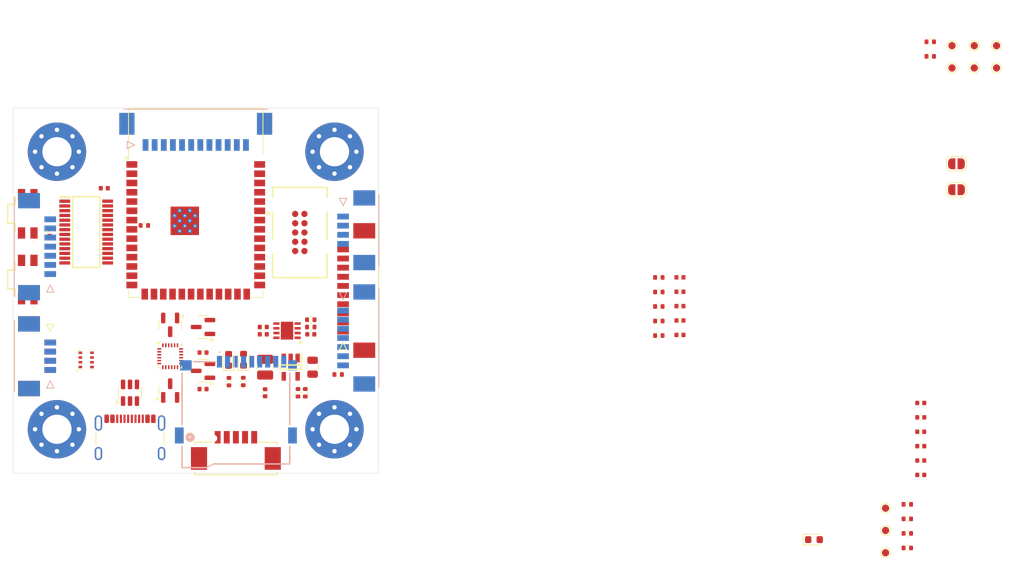
<source format=kicad_pcb>
(kicad_pcb (version 20241229) (generator "pcbnew") (generator_version "9.0")
  (layers (0 "F.Cu" signal) (4 "In1.Cu" signal) (6 "In2.Cu" signal) (2 "B.Cu" signal) (13 "F.Paste" user) (15 "B.Paste" user) (5 "F.SilkS" user "F.Silkscreen") (7 "B.SilkS" user "B.Silkscreen") (1 "F.Mask" user) (3 "B.Mask" user) (25 "Edge.Cuts" user))
  (net 0 "")
  (net 1 "SERVO_2")
  (net 2 "GND")
  (net 3 "SERVO_6")
  (net 4 "SERVO_4")
  (net 5 "SERVO_12")
  (net 6 "SERVO_1")
  (net 7 "+5V")
  (net 8 "+VUSB")
  (net 9 "+5V_FILT")
  (net 10 "+3V3")
  (net 11 "+1V8")
  (net 12 "/200_ESP32/EN")
  (net 13 "/200_ESP32/RST")
  (net 14 "/300_Digital_Peripherals/REGOUT")
  (net 15 "SERVO_5")
  (net 16 "SERVO_7")
  (net 17 "/100_Power/5V_FILT_LED")
  (net 18 "/100_Power/3V3_LED")
  (net 19 "/300_Digital_Peripherals/MCU_LED")
  (net 20 "LED")
  (net 57 "CARD_DETECT")
  (net 58 "MOSI")
  (net 59 "SCK")
  (net 61 "MISO")
  (net 63 "SD_CS")
  (net 64 "/200_ESP32/TMS")
  (net 65 "/200_ESP32/TDI")
  (net 66 "/200_ESP32/TDO")
  (net 67 "/200_ESP32/TCK")
  (net 68 "SERVO_10")
  (net 69 "EXT_RST")
  (net 70 "EXT_CS")
  (net 71 "SCL")
  (net 72 "SDA")
  (net 73 "EXT_RX")
  (net 74 "EXT_TX")
  (net 75 "GPS_INT")
  (net 76 "GPS_RX")
  (net 77 "GPS_TX")
  (net 78 "RF_RST")
  (net 79 "RF_CS")
  (net 80 "USB_D-")
  (net 81 "USB_D+")
  (net 82 "/100_Power/CC2")
  (net 83 "/100_Power/CC1")
  (net 84 "SERVO_11")
  (net 85 "SERVO_9")
  (net 86 "/100_Power/SW_3V3")
  (net 87 "/300_Digital_Peripherals/SDA_1V8")
  (net 88 "/300_Digital_Peripherals/SCL_1V8")
  (net 89 "ICM_INT")
  (net 90 "/300_Digital_Peripherals/ICM_INT_1V8")
  (net 91 "SERVO_3")
  (net 92 "SERVO_8")
  (net 96 "/100_Power/ILIM_5V_SW")
  (net 97 "/100_Power/FB_3V3")
  (net 98 "/200_ESP32/D-")
  (net 99 "/200_ESP32/USB_MCU_D-")
  (net 100 "/200_ESP32/USB_MCU_D+")
  (net 101 "/200_ESP32/D+")
  (net 103 "MSFT_1")
  (net 105 "MSFT_2")
  (net 106 "/100_Power/STAT_5V_SW")
  (net 132 "Net-(IC1-~{OE})")
  (footprint "TC2050-IDC:TC2050-IDC" (layer "F.Cu") (at 141.79 66.1075 -90)
    (property "Reference" "J200" (hide yes))
    (property "Value" "TC2050-IDC-430" (hide yes))
    (pad "" np_thru_hole circle (at -2.8575 0 270) (size 2.4511 2.4511) (drill 2.4511) (layers "*.Cu" "*.Mask"))
    (pad "" np_thru_hole circle (at -2.8575 2.54 270) (size 1.0668 1.0668) (drill 1.0668) (layers "*.Cu" "*.Mask"))
    (pad "" np_thru_hole circle (at -2.8575 5.08 270) (size 2.4511 2.4511) (drill 2.4511) (layers "*.Cu" "*.Mask"))
    (pad "" np_thru_hole circle (at 2.8575 0 270) (size 2.4511 2.4511) (drill 2.4511) (layers "*.Cu" "*.Mask"))
    (pad "" np_thru_hole circle (at 2.8575 5.08 270) (size 2.4511 2.4511) (drill 2.4511) (layers "*.Cu" "*.Mask"))
    (pad "" np_thru_hole circle (at 4.7625 1.525 270) (size 1.0668 1.0668) (drill 1.0668) (layers "*.Cu" "*.Mask"))
    (pad "" np_thru_hole circle (at 4.7625 3.555 270) (size 1.0668 1.0668) (drill 1.0668) (layers "*.Cu" "*.Mask"))
    (pad "1" smd circle (at -1.5875 3.175) (size 0.8636 0.8636) (layers "F.Cu" "F.Mask" "F.Paste") (net 10 "+3V3"))
    (pad "2" smd circle (at -0.3175 3.175) (size 0.8636 0.8636) (layers "F.Cu" "F.Mask" "F.Paste") (net 64 "/200_ESP32/TMS"))
    (pad "3" smd circle (at 0.9525 3.175) (size 0.8636 0.8636) (layers "F.Cu" "F.Mask" "F.Paste") (net 2 "GND"))
    (pad "4" smd circle (at 2.2225 3.175) (size 0.8636 0.8636) (layers "F.Cu" "F.Mask" "F.Paste") (net 67 "/200_ESP32/TCK"))
    (pad "5" smd circle (at 3.4925 3.175) (size 0.8636 0.8636) (layers "F.Cu" "F.Mask" "F.Paste") (net 2 "GND"))
    (pad "6" smd circle (at 3.4925 1.905) (size 0.8636 0.8636) (layers "F.Cu" "F.Mask" "F.Paste") (net 66 "/200_ESP32/TDO"))
    (pad "7" smd circle (at 2.2225 1.905) (size 0.8636 0.8636) (layers "F.Cu" "F.Mask" "F.Paste") (net 2 "GND"))
    (pad "8" smd circle (at 0.9525 1.905) (size 0.8636 0.8636) (layers "F.Cu" "F.Mask" "F.Paste") (net 65 "/200_ESP32/TDI"))
    (pad "9" smd circle (at -0.3175 1.905) (size 0.8636 0.8636) (layers "F.Cu" "F.Mask" "F.Paste") (net 2 "GND"))
    (pad "10" smd circle (at -1.5875 1.905) (size 0.8636 0.8636) (layers "F.Cu" "F.Mask" "F.Paste"))
  )
  (footprint "TestPoint:TestPoint_Pad_D1.0mm" (layer "F.Cu") (at 219.45 107.86)
    (property "Reference" "TP301" (hide yes))
    (property "Value" "TestPoint")
    (pad "1" smd circle (at 0 0) (size 1 1) (layers "F.Cu" "F.Mask") (net 88 "/300_Digital_Peripherals/SCL_1V8"))
  )
  (footprint "Package_TO_SOT_SMD:SOT-23" (layer "F.Cu") (at 121.5 79.7 -90)
    (property "Reference" "Q300" (hide yes))
    (property "Value" "BSS138")
    (pad "1" smd roundrect (at -0.9375 -0.95 270) (size 1.475 0.6) (layers "F.Cu" "F.Mask" "F.Paste") (net 11 "+1V8"))
    (pad "2" smd roundrect (at -0.9375 0.95 270) (size 1.475 0.6) (layers "F.Cu" "F.Mask" "F.Paste") (net 87 "/300_Digital_Peripherals/SDA_1V8"))
    (pad "3" smd roundrect (at 0.9375 0 270) (size 1.475 0.6) (layers "F.Cu" "F.Mask" "F.Paste") (net 72 "SDA"))
  )
  (footprint "Capacitor_SMD:C_0402_1005Metric" (layer "F.Cu") (at 224.27 90.4)
    (property "Reference" "C300" (hide yes))
    (property "Value" "100n")
    (pad "1" smd roundrect (at -0.48 0) (size 0.56 0.62) (layers "F.Cu" "F.Mask" "F.Paste") (net 11 "+1V8"))
    (pad "2" smd roundrect (at 0.48 0) (size 0.56 0.62) (layers "F.Cu" "F.Mask" "F.Paste") (net 2 "GND"))
  )
  (footprint "EVQ-PUC02k:EVQPUC02K" (layer "F.Cu") (at 102 73.5 -90)
    (property "Reference" "S201" (hide yes))
    (property "Value" "EVQ-PUC02K" (hide yes))
    (pad "" np_thru_hole circle (at 0 -1.375 270) (size 0.75 0.75) (drill 0.75) (layers "*.Cu" "*.Mask"))
    (pad "" np_thru_hole circle (at 0 1.375 270) (size 0.75 0.75) (drill 0.75) (layers "*.Cu" "*.Mask"))
    (pad "1" smd rect (at 2.625 -0.85) (size 1 1.55) (layers "F.Cu" "F.Mask" "F.Paste"))
    (pad "2" smd rect (at 2.625 0.85) (size 1 1.55) (layers "F.Cu" "F.Mask" "F.Paste") (net 12 "/200_ESP32/EN"))
    (pad "3" smd rect (at -2.625 -0.85) (size 1 1.55) (layers "F.Cu" "F.Mask" "F.Paste") (net 2 "GND"))
    (pad "4" smd rect (at -2.625 0.85) (size 1 1.55) (layers "F.Cu" "F.Mask" "F.Paste"))
  )
  (footprint "Jumper:SolderJumper-2_P1.3mm_Open_RoundedPad1.0x1.5mm" (layer "F.Cu") (at 229.16 61.2)
    (property "Reference" "JP101" (hide yes))
    (property "Value" "SolderJumper_2_Bridged")
    (pad "1" smd custom (at -0.65 0) (size 1 0.5) (layers "F.Cu" "F.Mask") (net 7 "+5V") (options (clearance outline) (anchor rect)) (primitives (gr_circle (center 0 0.25) (end 0.5 0.25) (width 0) (fill yes)) (gr_circle (center 0 -0.25) (end 0.5 -0.25) (width 0) (fill yes)) (gr_poly (pts (xy 0.5 0.75) (xy 0 0.75) (xy 0 -0.75) (xy 0.5 -0.75)) (width 0) (fill yes))))
    (pad "2" smd custom (at 0.65 0) (size 1 0.5) (layers "F.Cu" "F.Mask") (net 9 "+5V_FILT") (options (clearance outline) (anchor rect)) (primitives (gr_circle (center 0 0.25) (end 0.5 0.25) (width 0) (fill yes)) (gr_circle (center 0 -0.25) (end 0.5 -0.25) (width 0) (fill yes)) (gr_poly (pts (xy 0 0.75) (xy -0.5 0.75) (xy -0.5 -0.75) (xy 0 -0.75)) (width 0) (fill yes))))
  )
  (footprint "TLV62566DBVR:SOT95P280X145-5N" (layer "F.Cu") (at 138 85.5 -90)
    (property "Reference" "U101" (hide yes))
    (property "Value" "TLV62566DBVR" (hide yes))
    (pad "1" smd rect (at -1.25 -0.95) (size 0.6 1.2) (layers "F.Cu" "F.Mask" "F.Paste") (net 9 "+5V_FILT"))
    (pad "2" smd rect (at -1.25 0) (size 0.6 1.2) (layers "F.Cu" "F.Mask" "F.Paste") (net 2 "GND"))
    (pad "3" smd rect (at -1.25 0.95) (size 0.6 1.2) (layers "F.Cu" "F.Mask" "F.Paste") (net 86 "/100_Power/SW_3V3"))
    (pad "4" smd rect (at 1.25 0.95) (size 0.6 1.2) (layers "F.Cu" "F.Mask" "F.Paste") (net 9 "+5V_FILT"))
    (pad "5" smd rect (at 1.25 -0.95) (size 0.6 1.2) (layers "F.Cu" "F.Mask" "F.Paste") (net 97 "/100_Power/FB_3V3"))
  )
  (footprint "Resistor_SMD:R_0402_1005Metric" (layer "F.Cu") (at 140.75 79 180)
    (property "Reference" "R102" (hide yes))
    (property "Value" "680R")
    (pad "1" smd roundrect (at -0.51 0 180) (size 0.54 0.64) (layers "F.Cu" "F.Mask" "F.Paste") (net 2 "GND"))
    (pad "2" smd roundrect (at 0.51 0 180) (size 0.54 0.64) (layers "F.Cu" "F.Mask" "F.Paste") (net 96 "/100_Power/ILIM_5V_SW"))
  )
  (footprint "Package_TO_SOT_SMD:SOT-23" (layer "F.Cu") (at 126 86 180)
    (property "Reference" "U102" (hide yes))
    (property "Value" "AP2127N-1.8")
    (pad "1" smd roundrect (at -0.9375 -0.95 180) (size 1.475 0.6) (layers "F.Cu" "F.Mask" "F.Paste") (net 2 "GND"))
    (pad "2" smd roundrect (at -0.9375 0.95 180) (size 1.475 0.6) (layers "F.Cu" "F.Mask" "F.Paste") (net 11 "+1V8"))
    (pad "3" smd roundrect (at 0.9375 0 180) (size 1.475 0.6) (layers "F.Cu" "F.Mask" "F.Paste") (net 10 "+3V3"))
  )
  (footprint "Capacitor_SMD:C_0402_1005Metric" (layer "F.Cu") (at 134.25 80 180)
    (property "Reference" "C101" (hide yes))
    (property "Value" "100n")
    (pad "1" smd roundrect (at -0.48 0 180) (size 0.56 0.62) (layers "F.Cu" "F.Mask" "F.Paste") (net 7 "+5V"))
    (pad "2" smd roundrect (at 0.48 0 180) (size 0.56 0.62) (layers "F.Cu" "F.Mask" "F.Paste") (net 2 "GND"))
  )
  (footprint "Resistor_SMD:R_0402_1005Metric" (layer "F.Cu") (at 144.5 86.5 180)
    (property "Reference" "R401" (hide yes))
    (property "Value" "10k")
    (pad "1" smd roundrect (at -0.51 0 180) (size 0.54 0.64) (layers "F.Cu" "F.Mask" "F.Paste") (net 70 "EXT_CS"))
    (pad "2" smd roundrect (at 0.51 0 180) (size 0.54 0.64) (layers "F.Cu" "F.Mask" "F.Paste") (net 10 "+3V3"))
  )
  (footprint "Capacitor_SMD:C_0402_1005Metric" (layer "F.Cu") (at 191.3 77.14)
    (property "Reference" "C202" (hide yes))
    (property "Value" "10u")
    (pad "1" smd roundrect (at -0.48 0) (size 0.56 0.62) (layers "F.Cu" "F.Mask" "F.Paste") (net 12 "/200_ESP32/EN"))
    (pad "2" smd roundrect (at 0.48 0) (size 0.56 0.62) (layers "F.Cu" "F.Mask" "F.Paste") (net 2 "GND"))
  )
  (footprint "Package_LGA:Bosch_LGA-8_2x2.5mm_P0.65mm_ClockwisePinNumbering" (layer "F.Cu") (at 110 84.5 90)
    (property "Reference" "U301" (hide yes))
    (property "Value" "BMP280")
    (pad "1" smd rect (at -0.975 -0.8 180) (size 0.5 0.35) (layers "F.Cu" "F.Mask" "F.Paste") (net 2 "GND"))
    (pad "2" smd rect (at -0.325 -0.8 180) (size 0.5 0.35) (layers "F.Cu" "F.Mask" "F.Paste") (net 10 "+3V3"))
    (pad "3" smd rect (at 0.325 -0.8 180) (size 0.5 0.35) (layers "F.Cu" "F.Mask" "F.Paste") (net 72 "SDA"))
    (pad "4" smd rect (at 0.975 -0.8 180) (size 0.5 0.35) (layers "F.Cu" "F.Mask" "F.Paste") (net 71 "SCL"))
    (pad "5" smd rect (at 0.975 0.8 180) (size 0.5 0.35) (layers "F.Cu" "F.Mask" "F.Paste") (net 2 "GND"))
    (pad "6" smd rect (at 0.325 0.8 180) (size 0.5 0.35) (layers "F.Cu" "F.Mask" "F.Paste") (net 10 "+3V3"))
    (pad "7" smd rect (at -0.325 0.8 180) (size 0.5 0.35) (layers "F.Cu" "F.Mask" "F.Paste") (net 2 "GND"))
    (pad "8" smd rect (at -0.975 0.8 180) (size 0.5 0.35) (layers "F.Cu" "F.Mask" "F.Paste") (net 10 "+3V3"))
  )
  (footprint "Resistor_SMD:R_0402_1005Metric" (layer "F.Cu") (at 222.43 110.25)
    (property "Reference" "R303" (hide yes))
    (property "Value" "10k")
    (pad "1" smd roundrect (at -0.51 0) (size 0.54 0.64) (layers "F.Cu" "F.Mask" "F.Paste") (net 63 "SD_CS"))
    (pad "2" smd roundrect (at 0.51 0) (size 0.54 0.64) (layers "F.Cu" "F.Mask" "F.Paste") (net 10 "+3V3"))
  )
  (footprint "Capacitor_SMD:C_0402_1005Metric" (layer "F.Cu") (at 140.75 81)
    (property "Reference" "C100" (hide yes))
    (property "Value" "100n")
    (pad "1" smd roundrect (at -0.48 0) (size 0.56 0.62) (layers "F.Cu" "F.Mask" "F.Paste") (net 8 "+VUSB"))
    (pad "2" smd roundrect (at 0.48 0) (size 0.56 0.62) (layers "F.Cu" "F.Mask" "F.Paste") (net 2 "GND"))
  )
  (footprint "Resistor_SMD:R_0402_1005Metric" (layer "F.Cu") (at 188.41 73.21)
    (property "Reference" "R200" (hide yes))
    (property "Value" "10k")
    (pad "1" smd roundrect (at -0.51 0) (size 0.54 0.64) (layers "F.Cu" "F.Mask" "F.Paste") (net 12 "/200_ESP32/EN"))
    (pad "2" smd roundrect (at 0.51 0) (size 0.54 0.64) (layers "F.Cu" "F.Mask" "F.Paste") (net 10 "+3V3"))
  )
  (footprint "LED_SMD:LED_0603_1608Metric" (layer "F.Cu") (at 209.65 109.11)
    (property "Reference" "D300" (hide yes))
    (property "Value" "LED")
    (pad "1" smd roundrect (at -0.7875 0) (size 0.875 0.95) (layers "F.Cu" "F.Mask" "F.Paste") (net 19 "/300_Digital_Peripherals/MCU_LED"))
    (pad "2" smd roundrect (at 0.7875 0) (size 0.875 0.95) (layers "F.Cu" "F.Mask" "F.Paste") (net 20 "LED"))
  )
  (footprint "Capacitor_SMD:C_0402_1005Metric" (layer "F.Cu") (at 191.3 79.11)
    (property "Reference" "C203" (hide yes))
    (property "Value" "100n")
    (pad "1" smd roundrect (at -0.48 0) (size 0.56 0.62) (layers "F.Cu" "F.Mask" "F.Paste") (net 13 "/200_ESP32/RST"))
    (pad "2" smd roundrect (at 0.48 0) (size 0.56 0.62) (layers "F.Cu" "F.Mask" "F.Paste") (net 2 "GND"))
  )
  (footprint "Capacitor_SMD:C_0402_1005Metric" (layer "F.Cu") (at 224.27 92.37)
    (property "Reference" "C301" (hide yes))
    (property "Value" "100n")
    (pad "1" smd roundrect (at -0.48 0) (size 0.56 0.62) (layers "F.Cu" "F.Mask" "F.Paste") (net 11 "+1V8"))
    (pad "2" smd roundrect (at 0.48 0) (size 0.56 0.62) (layers "F.Cu" "F.Mask" "F.Paste") (net 2 "GND"))
  )
  (footprint "LED_SMD:LED_0603_1608Metric" (layer "F.Cu") (at 129.5 84.5 90)
    (property "Reference" "D100" (hide yes))
    (property "Value" "LED")
    (pad "1" smd roundrect (at -0.7875 0 90) (size 0.875 0.95) (layers "F.Cu" "F.Mask" "F.Paste") (net 17 "/100_Power/5V_FILT_LED"))
    (pad "2" smd roundrect (at 0.7875 0 90) (size 0.875 0.95) (layers "F.Cu" "F.Mask" "F.Paste") (net 9 "+5V_FILT"))
  )
  (footprint "MountingHole:MountingHole_4mm_Pad_Via" (layer "F.Cu") (at 106 56)
    (property "Reference" "H3" (hide yes))
    (property "Value" "MountingHole_Pad")
    (pad "1" thru_hole circle (at -3 0) (size 0.9 0.9) (drill 0.6) (layers "*.Cu" "*.Mask"))
    (pad "1" thru_hole circle (at -2.12132 -2.12132) (size 0.9 0.9) (drill 0.6) (layers "*.Cu" "*.Mask"))
    (pad "1" thru_hole circle (at -2.12132 2.12132) (size 0.9 0.9) (drill 0.6) (layers "*.Cu" "*.Mask"))
    (pad "1" thru_hole circle (at 0 -3) (size 0.9 0.9) (drill 0.6) (layers "*.Cu" "*.Mask"))
    (pad "1" thru_hole circle (at 0 0) (size 8 8) (drill 4) (layers "*.Cu" "*.Mask"))
    (pad "1" thru_hole circle (at 0 3) (size 0.9 0.9) (drill 0.6) (layers "*.Cu" "*.Mask"))
    (pad "1" thru_hole circle (at 2.12132 -2.12132) (size 0.9 0.9) (drill 0.6) (layers "*.Cu" "*.Mask"))
    (pad "1" thru_hole circle (at 2.12132 2.12132) (size 0.9 0.9) (drill 0.6) (layers "*.Cu" "*.Mask"))
    (pad "1" thru_hole circle (at 3 0) (size 0.9 0.9) (drill 0.6) (layers "*.Cu" "*.Mask"))
  )
  (footprint "Capacitor_SMD:C_0402_1005Metric" (layer "F.Cu") (at 126 83.5 180)
    (property "Reference" "C106" (hide yes))
    (property "Value" "1u")
    (pad "1" smd roundrect (at -0.48 0 180) (size 0.56 0.62) (layers "F.Cu" "F.Mask" "F.Paste") (net 11 "+1V8"))
    (pad "2" smd roundrect (at 0.48 0 180) (size 0.56 0.62) (layers "F.Cu" "F.Mask" "F.Paste") (net 2 "GND"))
  )
  (footprint "TestPoint:TestPoint_Pad_D1.0mm" (layer "F.Cu") (at 231.6 41.48)
    (property "Reference" "TP102" (hide yes))
    (property "Value" "TestPoint")
    (pad "1" smd circle (at 0 0) (size 1 1) (layers "F.Cu" "F.Mask") (net 106 "/100_Power/STAT_5V_SW"))
  )
  (footprint "TestPoint:TestPoint_Pad_D1.0mm" (layer "F.Cu") (at 234.65 41.48)
    (property "Reference" "TP104" (hide yes))
    (property "Value" "TestPoint")
    (pad "1" smd circle (at 0 0) (size 1 1) (layers "F.Cu" "F.Mask") (net 10 "+3V3"))
  )
  (footprint "Resistor_SMD:R_0402_1005Metric" (layer "F.Cu") (at 105 67 90)
    (property "Reference" "R400" (hide yes))
    (property "Value" "10k")
    (pad "1" smd roundrect (at -0.51 0 90) (size 0.54 0.64) (layers "F.Cu" "F.Mask" "F.Paste") (net 79 "RF_CS"))
    (pad "2" smd roundrect (at 0.51 0 90) (size 0.54 0.64) (layers "F.Cu" "F.Mask" "F.Paste") (net 10 "+3V3"))
  )
  (footprint "Resistor_SMD:R_0402_1005Metric" (layer "F.Cu") (at 140 89 90)
    (property "Reference" "R106" (hide yes))
    (property "Value" "120k")
    (pad "1" smd roundrect (at -0.51 0 90) (size 0.54 0.64) (layers "F.Cu" "F.Mask" "F.Paste") (net 2 "GND"))
    (pad "2" smd roundrect (at 0.51 0 90) (size 0.54 0.64) (layers "F.Cu" "F.Mask" "F.Paste") (net 97 "/100_Power/FB_3V3"))
  )
  (footprint "Resistor_SMD:R_0402_1005Metric" (layer "F.Cu") (at 222.43 108.26)
    (property "Reference" "R301" (hide yes))
    (property "Value" "10k")
    (pad "1" smd roundrect (at -0.51 0) (size 0.54 0.64) (layers "F.Cu" "F.Mask" "F.Paste") (net 88 "/300_Digital_Peripherals/SCL_1V8"))
    (pad "2" smd roundrect (at 0.51 0) (size 0.54 0.64) (layers "F.Cu" "F.Mask" "F.Paste") (net 11 "+1V8"))
  )
  (footprint "TestPoint:TestPoint_Pad_D1.0mm" (layer "F.Cu") (at 228.55 44.53)
    (property "Reference" "TP101" (hide yes))
    (property "Value" "TestPoint")
    (pad "1" smd circle (at 0 0) (size 1 1) (layers "F.Cu" "F.Mask") (net 9 "+5V_FILT"))
  )
  (footprint "PCA9685PW_118:SOP65P640X110-28N" (layer "F.Cu") (at 110 67)
    (property "Reference" "IC1" (hide yes))
    (property "Value" "PCA9685PW,118" (hide yes))
    (pad "1" smd rect (at -2.938 -4.225 90) (size 0.45 1.475) (layers "F.Cu" "F.Mask" "F.Paste"))
    (pad "2" smd rect (at -2.938 -3.575 90) (size 0.45 1.475) (layers "F.Cu" "F.Mask" "F.Paste"))
    (pad "3" smd rect (at -2.938 -2.925 90) (size 0.45 1.475) (layers "F.Cu" "F.Mask" "F.Paste"))
    (pad "4" smd rect (at -2.938 -2.275 90) (size 0.45 1.475) (layers "F.Cu" "F.Mask" "F.Paste"))
    (pad "5" smd rect (at -2.938 -1.625 90) (size 0.45 1.475) (layers "F.Cu" "F.Mask" "F.Paste"))
    (pad "6" smd rect (at -2.938 -0.975 90) (size 0.45 1.475) (layers "F.Cu" "F.Mask" "F.Paste") (net 6 "SERVO_1"))
    (pad "7" smd rect (at -2.938 -0.325 90) (size 0.45 1.475) (layers "F.Cu" "F.Mask" "F.Paste") (net 1 "SERVO_2"))
    (pad "8" smd rect (at -2.938 0.325 90) (size 0.45 1.475) (layers "F.Cu" "F.Mask" "F.Paste") (net 91 "SERVO_3"))
    (pad "9" smd rect (at -2.938 0.975 90) (size 0.45 1.475) (layers "F.Cu" "F.Mask" "F.Paste") (net 4 "SERVO_4"))
    (pad "10" smd rect (at -2.938 1.625 90) (size 0.45 1.475) (layers "F.Cu" "F.Mask" "F.Paste") (net 15 "SERVO_5"))
    (pad "11" smd rect (at -2.938 2.275 90) (size 0.45 1.475) (layers "F.Cu" "F.Mask" "F.Paste") (net 3 "SERVO_6"))
    (pad "12" smd rect (at -2.938 2.925 90) (size 0.45 1.475) (layers "F.Cu" "F.Mask" "F.Paste") (net 16 "SERVO_7"))
    (pad "13" smd rect (at -2.938 3.575 90) (size 0.45 1.475) (layers "F.Cu" "F.Mask" "F.Paste") (net 92 "SERVO_8"))
    (pad "14" smd rect (at -2.938 4.225 90) (size 0.45 1.475) (layers "F.Cu" "F.Mask" "F.Paste") (net 2 "GND"))
    (pad "15" smd rect (at 2.938 4.225 90) (size 0.45 1.475) (layers "F.Cu" "F.Mask" "F.Paste") (net 85 "SERVO_9"))
    (pad "16" smd rect (at 2.938 3.575 90) (size 0.45 1.475) (layers "F.Cu" "F.Mask" "F.Paste") (net 68 "SERVO_10"))
    (pad "17" smd rect (at 2.938 2.925 90) (size 0.45 1.475) (layers "F.Cu" "F.Mask" "F.Paste") (net 84 "SERVO_11"))
    (pad "18" smd rect (at 2.938 2.275 90) (size 0.45 1.475) (layers "F.Cu" "F.Mask" "F.Paste") (net 5 "SERVO_12"))
    (pad "19" smd rect (at 2.938 1.625 90) (size 0.45 1.475) (layers "F.Cu" "F.Mask" "F.Paste"))
    (pad "20" smd rect (at 2.938 0.975 90) (size 0.45 1.475) (layers "F.Cu" "F.Mask" "F.Paste"))
    (pad "21" smd rect (at 2.938 0.325 90) (size 0.45 1.475) (layers "F.Cu" "F.Mask" "F.Paste"))
    (pad "22" smd rect (at 2.938 -0.325 90) (size 0.45 1.475) (layers "F.Cu" "F.Mask" "F.Paste"))
    (pad "23" smd rect (at 2.938 -0.975 90) (size 0.45 1.475) (layers "F.Cu" "F.Mask" "F.Paste") (net 132 "Net-(IC1-~{OE})"))
    (pad "24" smd rect (at 2.938 -1.625 90) (size 0.45 1.475) (layers "F.Cu" "F.Mask" "F.Paste"))
    (pad "25" smd rect (at 2.938 -2.275 90) (size 0.45 1.475) (layers "F.Cu" "F.Mask" "F.Paste"))
    (pad "26" smd rect (at 2.938 -2.925 90) (size 0.45 1.475) (layers "F.Cu" "F.Mask" "F.Paste") (net 71 "SCL"))
    (pad "27" smd rect (at 2.938 -3.575 90) (size 0.45 1.475) (layers "F.Cu" "F.Mask" "F.Paste") (net 72 "SDA"))
    (pad "28" smd rect (at 2.938 -4.225 90) (size 0.45 1.475) (layers "F.Cu" "F.Mask" "F.Paste") (net 10 "+3V3"))
  )
  (footprint "Sensor_Motion:InvenSense_QFN-24_3x3mm_P0.4mm" (layer "F.Cu") (at 121.5 84)
    (property "Reference" "U300" (hide yes))
    (property "Value" "ICM-20948")
    (pad "1" smd roundrect (at -1.5 -1) (size 0.55 0.2) (layers "F.Cu" "F.Mask" "F.Paste"))
    (pad "2" smd roundrect (at -1.5 -0.6) (size 0.55 0.2) (layers "F.Cu" "F.Mask" "F.Paste"))
    (pad "3" smd roundrect (at -1.5 -0.2) (size 0.55 0.2) (layers "F.Cu" "F.Mask" "F.Paste"))
    (pad "4" smd roundrect (at -1.5 0.2) (size 0.55 0.2) (layers "F.Cu" "F.Mask" "F.Paste"))
    (pad "5" smd roundrect (at -1.5 0.6) (size 0.55 0.2) (layers "F.Cu" "F.Mask" "F.Paste"))
    (pad "6" smd roundrect (at -1.5 1) (size 0.55 0.2) (layers "F.Cu" "F.Mask" "F.Paste"))
    (pad "7" smd roundrect (at -1 1.5 90) (size 0.55 0.2) (layers "F.Cu" "F.Mask" "F.Paste"))
    (pad "8" smd roundrect (at -0.6 1.5 90) (size 0.55 0.2) (layers "F.Cu" "F.Mask" "F.Paste") (net 11 "+1V8"))
    (pad "9" smd roundrect (at -0.2 1.5 90) (size 0.55 0.2) (layers "F.Cu" "F.Mask" "F.Paste") (net 2 "GND"))
    (pad "10" smd roundrect (at 0.2 1.5 90) (size 0.55 0.2) (layers "F.Cu" "F.Mask" "F.Paste") (net 14 "/300_Digital_Peripherals/REGOUT"))
    (pad "11" smd roundrect (at 0.6 1.5 90) (size 0.55 0.2) (layers "F.Cu" "F.Mask" "F.Paste") (net 2 "GND"))
    (pad "12" smd roundrect (at 1 1.5 90) (size 0.55 0.2) (layers "F.Cu" "F.Mask" "F.Paste") (net 90 "/300_Digital_Peripherals/ICM_INT_1V8"))
    (pad "13" smd roundrect (at 1.5 1) (size 0.55 0.2) (layers "F.Cu" "F.Mask" "F.Paste") (net 11 "+1V8"))
    (pad "14" smd roundrect (at 1.5 0.6) (size 0.55 0.2) (layers "F.Cu" "F.Mask" "F.Paste"))
    (pad "15" smd roundrect (at 1.5 0.2) (size 0.55 0.2) (layers "F.Cu" "F.Mask" "F.Paste"))
    (pad "16" smd roundrect (at 1.5 -0.2) (size 0.55 0.2) (layers "F.Cu" "F.Mask" "F.Paste"))
    (pad "17" smd roundrect (at 1.5 -0.6) (size 0.55 0.2) (layers "F.Cu" "F.Mask" "F.Paste"))
    (pad "18" smd roundrect (at 1.5 -1) (size 0.55 0.2) (layers "F.Cu" "F.Mask" "F.Paste") (net 2 "GND"))
    (pad "19" smd roundrect (at 1 -1.5 90) (size 0.55 0.2) (layers "F.Cu" "F.Mask" "F.Paste"))
    (pad "20" smd roundrect (at 0.6 -1.5 90) (size 0.55 0.2) (layers "F.Cu" "F.Mask" "F.Paste") (net 2 "GND"))
    (pad "21" smd roundrect (at 0.2 -1.5 90) (size 0.55 0.2) (layers "F.Cu" "F.Mask" "F.Paste"))
    (pad "22" smd roundrect (at -0.2 -1.5 90) (size 0.55 0.2) (layers "F.Cu" "F.Mask" "F.Paste") (net 11 "+1V8"))
    (pad "23" smd roundrect (at -0.6 -1.5 90) (size 0.55 0.2) (layers "F.Cu" "F.Mask" "F.Paste") (net 88 "/300_Digital_Peripherals/SCL_1V8"))
    (pad "24" smd roundrect (at -1 -1.5 90) (size 0.55 0.2) (layers "F.Cu" "F.Mask" "F.Paste") (net 87 "/300_Digital_Peripherals/SDA_1V8"))
  )
  (footprint "Package_TO_SOT_SMD:SOT-23" (layer "F.Cu") (at 121.5 88.7 90)
    (property "Reference" "Q302" (hide yes))
    (property "Value" "BSS138")
    (pad "1" smd roundrect (at -0.9375 -0.95 90) (size 1.475 0.6) (layers "F.Cu" "F.Mask" "F.Paste") (net 11 "+1V8"))
    (pad "2" smd roundrect (at -0.9375 0.95 90) (size 1.475 0.6) (layers "F.Cu" "F.Mask" "F.Paste") (net 90 "/300_Digital_Peripherals/ICM_INT_1V8"))
    (pad "3" smd roundrect (at 0.9375 0 90) (size 1.475 0.6) (layers "F.Cu" "F.Mask" "F.Paste") (net 89 "ICM_INT"))
  )
  (footprint "Resistor_SMD:R_0402_1005Metric" (layer "F.Cu") (at 131.51 87.46 90)
    (property "Reference" "R107" (hide yes))
    (property "Value" "1k")
    (pad "1" smd roundrect (at -0.51 0 90) (size 0.54 0.64) (layers "F.Cu" "F.Mask" "F.Paste") (net 2 "GND"))
    (pad "2" smd roundrect (at 0.51 0 90) (size 0.54 0.64) (layers "F.Cu" "F.Mask" "F.Paste") (net 18 "/100_Power/3V3_LED"))
  )
  (footprint "Capacitor_SMD:C_0402_1005Metric" (layer "F.Cu") (at 224.27 100.25)
    (property "Reference" "C306" (hide yes))
    (property "Value" "100n")
    (pad "1" smd roundrect (at -0.48 0) (size 0.56 0.62) (layers "F.Cu" "F.Mask" "F.Paste") (net 10 "+3V3"))
    (pad "2" smd roundrect (at 0.48 0) (size 0.56 0.62) (layers "F.Cu" "F.Mask" "F.Paste") (net 2 "GND"))
  )
  (footprint "Resistor_SMD:R_0402_1005Metric" (layer "F.Cu") (at 139 89 -90)
    (property "Reference" "R105" (hide yes))
    (property "Value" "540k")
    (pad "1" smd roundrect (at -0.51 0 270) (size 0.54 0.64) (layers "F.Cu" "F.Mask" "F.Paste") (net 97 "/100_Power/FB_3V3"))
    (pad "2" smd roundrect (at 0.51 0 270) (size 0.54 0.64) (layers "F.Cu" "F.Mask" "F.Paste") (net 10 "+3V3"))
  )
  (footprint "Package_TO_SOT_SMD:SOT-23" (layer "F.Cu") (at 126 80 180)
    (property "Reference" "Q301" (hide yes))
    (property "Value" "BSS138")
    (pad "1" smd roundrect (at -0.9375 -0.95 180) (size 1.475 0.6) (layers "F.Cu" "F.Mask" "F.Paste") (net 11 "+1V8"))
    (pad "2" smd roundrect (at -0.9375 0.95 180) (size 1.475 0.6) (layers "F.Cu" "F.Mask" "F.Paste") (net 88 "/300_Digital_Peripherals/SCL_1V8"))
    (pad "3" smd roundrect (at 0.9375 0 180) (size 1.475 0.6) (layers "F.Cu" "F.Mask" "F.Paste") (net 71 "SCL"))
  )
  (footprint "Capacitor_SMD:C_0402_1005Metric" (layer "F.Cu") (at 134.5 89 -90)
    (property "Reference" "C104" (hide yes))
    (property "Value" "10u")
    (pad "1" smd roundrect (at -0.48 0 270) (size 0.56 0.62) (layers "F.Cu" "F.Mask" "F.Paste") (net 10 "+3V3"))
    (pad "2" smd roundrect (at 0.48 0 270) (size 0.56 0.62) (layers "F.Cu" "F.Mask" "F.Paste") (net 2 "GND"))
  )
  (footprint "532614005:CONN_532610000-SD_05_MOL" (layer "F.Cu") (at 130.5 98 180)
    (property "Reference" "J407" (hide yes))
    (property "Value" "532614005")
    (pad "1" smd rect (at 2.5 2.9045 180) (size 0.8128 1.7018) (layers "F.Cu" "F.Mask" "F.Paste") (net 10 "+3V3"))
    (pad "2" smd rect (at 1.25 2.9045 180) (size 0.8128 1.7018) (layers "F.Cu" "F.Mask" "F.Paste") (net 77 "GPS_TX"))
    (pad "3" smd rect (at 0 2.9045 180) (size 0.8128 1.7018) (layers "F.Cu" "F.Mask" "F.Paste") (net 76 "GPS_RX"))
    (pad "4" smd rect (at -1.25 2.9045 180) (size 0.8128 1.7018) (layers "F.Cu" "F.Mask" "F.Paste") (net 75 "GPS_INT"))
    (pad "5" smd rect (at -2.5 2.9045 180) (size 0.8128 1.7018) (layers "F.Cu" "F.Mask" "F.Paste") (net 2 "GND"))
    (pad "6" smd rect (at -5.05 0.0045 180) (size 2.2098 3.0988) (layers "F.Cu" "F.Mask" "F.Paste"))
    (pad "7" smd rect (at 5.05 0.0045 180) (size 2.2098 3.0988) (layers "F.Cu" "F.Mask" "F.Paste"))
  )
  (footprint "Resistor_SMD:R_0402_1005Metric" (layer "F.Cu") (at 222.43 104.28)
    (property "Reference" "R304" (hide yes))
    (property "Value" "1k")
    (pad "1" smd roundrect (at -0.51 0) (size 0.54 0.64) (layers "F.Cu" "F.Mask" "F.Paste") (net 2 "GND"))
    (pad "2" smd roundrect (at 0.51 0) (size 0.54 0.64) (layers "F.Cu" "F.Mask" "F.Paste") (net 19 "/300_Digital_Peripherals/MCU_LED"))
  )
  (footprint "Package_TO_SOT_SMD:SOT-23-6" (layer "F.Cu") (at 116 89 90)
    (property "Reference" "U201" (hide yes))
    (property "Value" "USBLC6-2SC6")
    (pad "1" smd roundrect (at -1.1375 -0.95 90) (size 1.325 0.6) (layers "F.Cu" "F.Mask" "F.Paste") (net 80 "USB_D-"))
    (pad "2" smd roundrect (at -1.1375 0 90) (size 1.325 0.6) (layers "F.Cu" "F.Mask" "F.Paste") (net 2 "GND"))
    (pad "3" smd roundrect (at -1.1375 0.95 90) (size 1.325 0.6) (layers "F.Cu" "F.Mask" "F.Paste") (net 81 "USB_D+"))
    (pad "4" smd roundrect (at 1.1375 0.95 90) (size 1.325 0.6) (layers "F.Cu" "F.Mask" "F.Paste") (net 100 "/200_ESP32/USB_MCU_D+"))
    (pad "5" smd roundrect (at 1.1375 0 90) (size 1.325 0.6) (layers "F.Cu" "F.Mask" "F.Paste") (net 8 "+VUSB"))
    (pad "6" smd roundrect (at 1.1375 -0.95 90) (size 1.325 0.6) (layers "F.Cu" "F.Mask" "F.Paste") (net 99 "/200_ESP32/USB_MCU_D-"))
  )
  (footprint "Capacitor_SMD:C_0402_1005Metric" (layer "F.Cu") (at 126 88.5)
    (property "Reference" "C105" (hide yes))
    (property "Value" "1u")
    (pad "1" smd roundrect (at -0.48 0) (size 0.56 0.62) (layers "F.Cu" "F.Mask" "F.Paste") (net 10 "+3V3"))
    (pad "2" smd roundrect (at 0.48 0) (size 0.56 0.62) (layers "F.Cu" "F.Mask" "F.Paste") (net 2 "GND"))
  )
  (footprint "532617010:532617010" (layer "F.Cu") (at 145.1746 75 90)
    (property "Reference" "J403" (hide yes))
    (property "Value" "532617010" (hide yes))
    (pad "1" smd rect (at -5.625 0 90) (size 0.8 1.6) (layers "F.Cu" "F.Mask" "F.Paste") (net 7 "+5V"))
    (pad "2" smd rect (at -4.375 0 90) (size 0.8 1.6) (layers "F.Cu" "F.Mask" "F.Paste") (net 7 "+5V"))
    (pad "3" smd rect (at -3.125 0 90) (size 0.8 1.6) (layers "F.Cu" "F.Mask" "F.Paste") (net 10 "+3V3"))
    (pad "4" smd rect (at -1.875 0 90) (size 0.8 1.6) (layers "F.Cu" "F.Mask" "F.Paste") (net 71 "SCL"))
    (pad "5" smd rect (at -0.625 0 90) (size 0.8 1.6) (layers "F.Cu" "F.Mask" "F.Paste") (net 72 "SDA"))
    (pad "6" smd rect (at 0.625 0 90) (size 0.8 1.6) (layers "F.Cu" "F.Mask" "F.Paste") (net 2 "GND"))
    (pad "7" smd rect (at 1.875 0 90) (size 0.8 1.6) (layers "F.Cu" "F.Mask" "F.Paste") (net 103 "MSFT_1"))
    (pad "8" smd rect (at 3.125 0 90) (size 0.8 1.6) (layers "F.Cu" "F.Mask" "F.Paste") (net 105 "MSFT_2"))
    (pad "9" smd rect (at 4.375 0 90) (size 0.8 1.6) (layers "F.Cu" "F.Mask" "F.Paste") (net 2 "GND"))
    (pad "10" smd rect (at 5.625 0 90) (size 0.8 1.6) (layers "F.Cu" "F.Mask" "F.Paste") (net 2 "GND"))
    (pad "11" smd rect (at -8.175 2.9 90) (size 2.1 3) (layers "F.Cu" "F.Mask" "F.Paste"))
    (pad "12" smd rect (at 8.175 2.9 90) (size 2.1 3) (layers "F.Cu" "F.Mask" "F.Paste"))
  )
  (footprint "Resistor_SMD:R_0402_1005Metric" (layer "F.Cu") (at 225.57 40.95)
    (property "Reference" "R100" (hide yes))
    (property "Value" "5k1")
    (pad "1" smd roundrect (at -0.51 0) (size 0.54 0.64) (layers "F.Cu" "F.Mask" "F.Paste") (net 2 "GND"))
    (pad "2" smd roundrect (at 0.51 0) (size 0.54 0.64) (layers "F.Cu" "F.Mask" "F.Paste") (net 83 "/100_Power/CC1"))
  )
  (footprint "MountingHole:MountingHole_4mm_Pad_Via" (layer "F.Cu") (at 144 56)
    (property "Reference" "H4" (hide yes))
    (property "Value" "MountingHole_Pad")
    (pad "1" thru_hole circle (at -3 0) (size 0.9 0.9) (drill 0.6) (layers "*.Cu" "*.Mask"))
    (pad "1" thru_hole circle (at -2.12132 -2.12132) (size 0.9 0.9) (drill 0.6) (layers "*.Cu" "*.Mask"))
    (pad "1" thru_hole circle (at -2.12132 2.12132) (size 0.9 0.9) (drill 0.6) (layers "*.Cu" "*.Mask"))
    (pad "1" thru_hole circle (at 0 -3) (size 0.9 0.9) (drill 0.6) (layers "*.Cu" "*.Mask"))
    (pad "1" thru_hole circle (at 0 0) (size 8 8) (drill 4) (layers "*.Cu" "*.Mask"))
    (pad "1" thru_hole circle (at 0 3) (size 0.9 0.9) (drill 0.6) (layers "*.Cu" "*.Mask"))
    (pad "1" thru_hole circle (at 2.12132 -2.12132) (size 0.9 0.9) (drill 0.6) (layers "*.Cu" "*.Mask"))
    (pad "1" thru_hole circle (at 2.12132 2.12132) (size 0.9 0.9) (drill 0.6) (layers "*.Cu" "*.Mask"))
    (pad "1" thru_hole circle (at 3 0) (size 0.9 0.9) (drill 0.6) (layers "*.Cu" "*.Mask"))
  )
  (footprint "Resistor_SMD:R_0402_1005Metric" (layer "F.Cu") (at 188.41 77.19)
    (property "Reference" "R202" (hide yes))
    (property "Value" "27R")
    (pad "1" smd roundrect (at -0.51 0) (size 0.54 0.64) (layers "F.Cu" "F.Mask" "F.Paste") (net 100 "/200_ESP32/USB_MCU_D+"))
    (pad "2" smd roundrect (at 0.51 0) (size 0.54 0.64) (layers "F.Cu" "F.Mask" "F.Paste") (net 101 "/200_ESP32/D+"))
  )
  (footprint "Resistor_SMD:R_0402_1005Metric" (layer "F.Cu") (at 188.41 75.2)
    (property "Reference" "R201" (hide yes))
    (property "Value" "27R")
    (pad "1" smd roundrect (at -0.51 0) (size 0.54 0.64) (layers "F.Cu" "F.Mask" "F.Paste") (net 99 "/200_ESP32/USB_MCU_D-"))
    (pad "2" smd roundrect (at 0.51 0) (size 0.54 0.64) (layers "F.Cu" "F.Mask" "F.Paste") (net 98 "/200_ESP32/D-"))
  )
  (footprint "Resistor_SMD:R_0402_1005Metric" (layer "F.Cu") (at 188.41 79.18)
    (property "Reference" "R205" (hide yes))
    (property "Value" "10k")
    (pad "1" smd roundrect (at -0.51 0) (size 0.54 0.64) (layers "F.Cu" "F.Mask" "F.Paste") (net 72 "SDA"))
    (pad "2" smd roundrect (at 0.51 0) (size 0.54 0.64) (layers "F.Cu" "F.Mask" "F.Paste") (net 10 "+3V3"))
  )
  (footprint "TestPoint:TestPoint_Pad_D1.0mm" (layer "F.Cu") (at 231.6 44.53)
    (property "Reference" "TP103" (hide yes))
    (property "Value" "TestPoint")
    (pad "1" smd circle (at 0 0) (size 1 1) (layers "F.Cu" "F.Mask") (net 97 "/100_Power/FB_3V3"))
  )
  (footprint "Capacitor_SMD:C_0402_1005Metric" (layer "F.Cu") (at 112.48 61 180)
    (property "Reference" "C303" (hide yes))
    (property "Value" "100n")
    (pad "1" smd roundrect (at -0.48 0 180) (size 0.56 0.62) (layers "F.Cu" "F.Mask" "F.Paste") (net 10 "+3V3"))
    (pad "2" smd roundrect (at 0.48 0 180) (size 0.56 0.62) (layers "F.Cu" "F.Mask" "F.Paste") (net 2 "GND"))
  )
  (footprint "EVQ-PUC02k:EVQPUC02K" (layer "F.Cu") (at 102 64.5 -90)
    (property "Reference" "S200" (hide yes))
    (property "Value" "EVQ-PUC02K" (hide yes))
    (pad "" np_thru_hole circle (at 0 -1.375 270) (size 0.75 0.75) (drill 0.75) (layers "*.Cu" "*.Mask"))
    (pad "" np_thru_hole circle (at 0 1.375 270) (size 0.75 0.75) (drill 0.75) (layers "*.Cu" "*.Mask"))
    (pad "1" smd rect (at 2.625 -0.85) (size 1 1.55) (layers "F.Cu" "F.Mask" "F.Paste"))
    (pad "2" smd rect (at 2.625 0.85) (size 1 1.55) (layers "F.Cu" "F.Mask" "F.Paste") (net 13 "/200_ESP32/RST"))
    (pad "3" smd rect (at -2.625 -0.85) (size 1 1.55) (layers "F.Cu" "F.Mask" "F.Paste") (net 2 "GND"))
    (pad "4" smd rect (at -2.625 0.85) (size 1 1.55) (layers "F.Cu" "F.Mask" "F.Paste"))
  )
  (footprint "Capacitor_SMD:C_0402_1005Metric" (layer "F.Cu") (at 134.25 81 180)
    (property "Reference" "C102" (hide yes))
    (property "Value" "10u")
    (pad "1" smd roundrect (at -0.48 0 180) (size 0.56 0.62) (layers "F.Cu" "F.Mask" "F.Paste") (net 9 "+5V_FILT"))
    (pad "2" smd roundrect (at 0.48 0 180) (size 0.56 0.62) (layers "F.Cu" "F.Mask" "F.Paste") (net 2 "GND"))
  )
  (footprint "Capacitor_SMD:C_0402_1005Metric" (layer "F.Cu") (at 224.27 96.31)
    (property "Reference" "C304" (hide yes))
    (property "Value" "100n")
    (pad "1" smd roundrect (at -0.48 0) (size 0.56 0.62) (layers "F.Cu" "F.Mask" "F.Paste") (net 10 "+3V3"))
    (pad "2" smd roundrect (at 0.48 0) (size 0.56 0.62) (layers "F.Cu" "F.Mask" "F.Paste") (net 2 "GND"))
  )
  (footprint "532617004:532617004" (layer "F.Cu") (at 105.0754 84 -90)
    (property "Reference" "J400" (hide yes))
    (property "Value" "532617004" (hide yes))
    (pad "1" smd rect (at -1.875 0 270) (size 0.8 1.6) (layers "F.Cu" "F.Mask" "F.Paste") (net 10 "+3V3"))
    (pad "2" smd rect (at -0.625 0 270) (size 0.8 1.6) (layers "F.Cu" "F.Mask" "F.Paste") (net 71 "SCL"))
    (pad "3" smd rect (at 0.625 0 270) (size 0.8 1.6) (layers "F.Cu" "F.Mask" "F.Paste") (net 72 "SDA"))
    (pad "4" smd rect (at 1.875 0 270) (size 0.8 1.6) (layers "F.Cu" "F.Mask" "F.Paste") (net 2 "GND"))
    (pad "5" smd rect (at -4.425 2.9 270) (size 2.1 3) (layers "F.Cu" "F.Mask" "F.Paste"))
    (pad "6" smd rect (at 4.425 2.9 270) (size 2.1 3) (layers "F.Cu" "F.Mask" "F.Paste"))
  )
  (footprint "Capacitor_SMD:C_0805_2012Metric" (layer "F.Cu") (at 141 85.5 -90)
    (property "Reference" "C103" (hide yes))
    (property "Value" "4u7")
    (pad "1" smd roundrect (at -0.95 0 270) (size 1 1.45) (layers "F.Cu" "F.Mask" "F.Paste") (net 9 "+5V_FILT"))
    (pad "2" smd roundrect (at 0.95 0 270) (size 1 1.45) (layers "F.Cu" "F.Mask" "F.Paste") (net 2 "GND"))
  )
  (footprint "TPS2115ADRBR:SON65P300X300X100-9N-D" (layer "F.Cu") (at 137.5 80.5 180)
    (property "Reference" "U100" (hide yes))
    (property "Value" "TPS2115ADRBR" (hide yes))
    (pad "1" smd rect (at -1.45 -0.975 270) (size 0.35 0.85) (layers "F.Cu" "F.Mask" "F.Paste") (net 106 "/100_Power/STAT_5V_SW"))
    (pad "2" smd rect (at -1.45 -0.325 270) (size 0.35 0.85) (layers "F.Cu" "F.Mask" "F.Paste") (net 2 "GND"))
    (pad "3" smd rect (at -1.45 0.325 270) (size 0.35 0.85) (layers "F.Cu" "F.Mask" "F.Paste") (net 8 "+VUSB"))
    (pad "4" smd rect (at -1.45 0.975 270) (size 0.35 0.85) (layers "F.Cu" "F.Mask" "F.Paste") (net 96 "/100_Power/ILIM_5V_SW"))
    (pad "5" smd rect (at 1.45 0.975 270) (size 0.35 0.85) (layers "F.Cu" "F.Mask" "F.Paste") (net 2 "GND"))
    (pad "6" smd rect (at 1.45 0.325 270) (size 0.35 0.85) (layers "F.Cu" "F.Mask" "F.Paste") (net 7 "+5V"))
    (pad "7" smd rect (at 1.45 -0.325 270) (size 0.35 0.85) (layers "F.Cu" "F.Mask" "F.Paste") (net 9 "+5V_FILT"))
    (pad "8" smd rect (at 1.45 -0.975 270) (size 0.35 0.85) (layers "F.Cu" "F.Mask" "F.Paste") (net 8 "+VUSB"))
    (pad "9" smd rect (at 0 0 180) (size 1.7 2.45) (layers "F.Cu" "F.Mask" "F.Paste") (net 2 "GND"))
  )
  (footprint "Inductor_SMD:L_1008_2520Metric" (layer "F.Cu") (at 134.5 85.5 -90)
    (property "Reference" "L101" (hide yes))
    (property "Value" "2u2")
    (pad "1" smd roundrect (at -1.075 0 270) (size 1.25 2.2) (layers "F.Cu" "F.Mask" "F.Paste") (roundrect_rratio 0.2) (net 86 "/100_Power/SW_3V3"))
    (pad "2" smd roundrect (at 1.075 0 270) (size 1.25 2.2) (layers "F.Cu" "F.Mask" "F.Paste") (roundrect_rratio 0.2) (net 10 "+3V3"))
  )
  (footprint "MountingHole:MountingHole_4mm_Pad_Via" (layer "F.Cu") (at 106 94)
    (property "Reference" "H1" (hide yes))
    (property "Value" "MountingHole_Pad")
    (pad "1" thru_hole circle (at -3 0) (size 0.9 0.9) (drill 0.6) (layers "*.Cu" "*.Mask"))
    (pad "1" thru_hole circle (at -2.12132 -2.12132) (size 0.9 0.9) (drill 0.6) (layers "*.Cu" "*.Mask"))
    (pad "1" thru_hole circle (at -2.12132 2.12132) (size 0.9 0.9) (drill 0.6) (layers "*.Cu" "*.Mask"))
    (pad "1" thru_hole circle (at 0 -3) (size 0.9 0.9) (drill 0.6) (layers "*.Cu" "*.Mask"))
    (pad "1" thru_hole circle (at 0 0) (size 8 8) (drill 4) (layers "*.Cu" "*.Mask"))
    (pad "1" thru_hole circle (at 0 3) (size 0.9 0.9) (drill 0.6) (layers "*.Cu" "*.Mask"))
    (pad "1" thru_hole circle (at 2.12132 -2.12132) (size 0.9 0.9) (drill 0.6) (layers "*.Cu" "*.Mask"))
    (pad "1" thru_hole circle (at 2.12132 2.12132) (size 0.9 0.9) (drill 0.6) (layers "*.Cu" "*.Mask"))
    (pad "1" thru_hole circle (at 3 0) (size 0.9 0.9) (drill 0.6) (layers "*.Cu" "*.Mask"))
  )
  (footprint "Capacitor_SMD:C_0402_1005Metric" (layer "F.Cu") (at 224.27 94.34)
    (property "Reference" "C302" (hide yes))
    (property "Value" "100n")
    (pad "1" smd roundrect (at -0.48 0) (size 0.56 0.62) (layers "F.Cu" "F.Mask" "F.Paste") (net 14 "/300_Digital_Peripherals/REGOUT"))
    (pad "2" smd roundrect (at 0.48 0) (size 0.56 0.62) (layers "F.Cu" "F.Mask" "F.Paste") (net 2 "GND"))
  )
  (footprint "RF_Module:ESP32-S3-WROOM-1" (layer "F.Cu") (at 125 63)
    (property "Reference" "U200" (hide yes))
    (property "Value" "ESP32-S3-WROOM-1")
    (pad "1" smd rect (at -8.75 -5.26) (size 1.5 0.9) (layers "F.Cu" "F.Mask" "F.Paste") (net 2 "GND"))
    (pad "2" smd rect (at -8.75 -3.99) (size 1.5 0.9) (layers "F.Cu" "F.Mask" "F.Paste") (net 10 "+3V3"))
    (pad "3" smd rect (at -8.75 -2.72) (size 1.5 0.9) (layers "F.Cu" "F.Mask" "F.Paste") (net 12 "/200_ESP32/EN"))
    (pad "4" smd rect (at -8.75 -1.45) (size 1.5 0.9) (layers "F.Cu" "F.Mask" "F.Paste") (net 103 "MSFT_1"))
    (pad "5" smd rect (at -8.75 -0.18) (size 1.5 0.9) (layers "F.Cu" "F.Mask" "F.Paste") (net 105 "MSFT_2"))
    (pad "6" smd rect (at -8.75 1.09) (size 1.5 0.9) (layers "F.Cu" "F.Mask" "F.Paste") (net 69 "EXT_RST"))
    (pad "7" smd rect (at -8.75 2.36) (size 1.5 0.9) (layers "F.Cu" "F.Mask" "F.Paste") (net 70 "EXT_CS"))
    (pad "8" smd rect (at -8.75 3.63) (size 1.5 0.9) (layers "F.Cu" "F.Mask" "F.Paste") (net 89 "ICM_INT"))
    (pad "9" smd rect (at -8.75 4.9) (size 1.5 0.9) (layers "F.Cu" "F.Mask" "F.Paste") (net 75 "GPS_INT"))
    (pad "10" smd rect (at -8.75 6.17) (size 1.5 0.9) (layers "F.Cu" "F.Mask" "F.Paste") (net 77 "GPS_TX"))
    (pad "11" smd rect (at -8.75 7.44) (size 1.5 0.9) (layers "F.Cu" "F.Mask" "F.Paste") (net 76 "GPS_RX"))
    (pad "12" smd rect (at -8.75 8.71) (size 1.5 0.9) (layers "F.Cu" "F.Mask" "F.Paste") (net 72 "SDA"))
    (pad "13" smd rect (at -8.75 9.98) (size 1.5 0.9) (layers "F.Cu" "F.Mask" "F.Paste") (net 98 "/200_ESP32/D-"))
    (pad "14" smd rect (at -8.75 11.25 180) (size 1.5 0.9) (layers "F.Cu" "F.Mask" "F.Paste") (net 101 "/200_ESP32/D+"))
    (pad "15" smd rect (at -6.985 12.5 270) (size 1.5 0.9) (layers "F.Cu" "F.Mask" "F.Paste"))
    (pad "16" smd rect (at -5.715 12.5 270) (size 1.5 0.9) (layers "F.Cu" "F.Mask" "F.Paste"))
    (pad "17" smd rect (at -4.445 12.5 270) (size 1.5 0.9) (layers "F.Cu" "F.Mask" "F.Paste") (net 71 "SCL"))
    (pad "18" smd rect (at -3.175 12.5 270) (size 1.5 0.9) (layers "F.Cu" "F.Mask" "F.Paste") (net 57 "CARD_DETECT"))
    (pad "19" smd rect (at -1.905 12.5 270) (size 1.5 0.9) (layers "F.Cu" "F.Mask" "F.Paste") (net 78 "RF_RST"))
    (pad "20" smd rect (at -0.635 12.5 270) (size 1.5 0.9) (layers "F.Cu" "F.Mask" "F.Paste") (net 79 "RF_CS"))
    (pad "21" smd rect (at 0.635 12.5 270) (size 1.5 0.9) (layers "F.Cu" "F.Mask" "F.Paste") (net 63 "SD_CS"))
    (pad "22" smd rect (at 1.905 12.5 270) (size 1.5 0.9) (layers "F.Cu" "F.Mask" "F.Paste") (net 20 "LED"))
    (pad "23" smd rect (at 3.175 12.5 270) (size 1.5 0.9) (layers "F.Cu" "F.Mask" "F.Paste"))
    (pad "24" smd rect (at 4.445 12.5 270) (size 1.5 0.9) (layers "F.Cu" "F.Mask" "F.Paste"))
    (pad "25" smd rect (at 5.715 12.5 270) (size 1.5 0.9) (layers "F.Cu" "F.Mask" "F.Paste"))
    (pad "26" smd rect (at 6.985 12.5 270) (size 1.5 0.9) (layers "F.Cu" "F.Mask" "F.Paste"))
    (pad "27" smd rect (at 8.75 11.25) (size 1.5 0.9) (layers "F.Cu" "F.Mask" "F.Paste") (net 13 "/200_ESP32/RST"))
    (pad "28" smd rect (at 8.75 9.98) (size 1.5 0.9) (layers "F.Cu" "F.Mask" "F.Paste") (net 58 "MOSI"))
    (pad "29" smd rect (at 8.75 8.71) (size 1.5 0.9) (layers "F.Cu" "F.Mask" "F.Paste") (net 59 "SCK"))
    (pad "30" smd rect (at 8.75 7.44) (size 1.5 0.9) (layers "F.Cu" "F.Mask" "F.Paste") (net 61 "MISO"))
    (pad "31" smd rect (at 8.75 6.17) (size 1.5 0.9) (layers "F.Cu" "F.Mask" "F.Paste"))
    (pad "32" smd rect (at 8.75 4.9) (size 1.5 0.9) (layers "F.Cu" "F.Mask" "F.Paste") (net 67 "/200_ESP32/TCK"))
    (pad "33" smd rect (at 8.75 3.63) (size 1.5 0.9) (layers "F.Cu" "F.Mask" "F.Paste") (net 66 "/200_ESP32/TDO"))
    (pad "34" smd rect (at 8.75 2.36) (size 1.5 0.9) (layers "F.Cu" "F.Mask" "F.Paste") (net 65 "/200_ESP32/TDI"))
    (pad "35" smd rect (at 8.75 1.09) (size 1.5 0.9) (layers "F.Cu" "F.Mask" "F.Paste") (net 64 "/200_ESP32/TMS"))
    (pad "36" smd rect (at 8.75 -0.18) (size 1.5 0.9) (layers "F.Cu" "F.Mask" "F.Paste") (net 73 "EXT_RX"))
    (pad "37" smd rect (at 8.75 -1.45) (size 1.5 0.9) (layers "F.Cu" "F.Mask" "F.Paste") (net 74 "EXT_TX"))
    (pad "38" smd rect (at 8.75 -2.72) (size 1.5 0.9) (layers "F.Cu" "F.Mask" "F.Paste"))
    (pad "39" smd rect (at 8.75 -3.99) (size 1.5 0.9) (layers "F.Cu" "F.Mask" "F.Paste"))
    (pad "40" smd rect (at 8.75 -5.26) (size 1.5 0.9) (layers "F.Cu" "F.Mask" "F.Paste") (net 2 "GND"))
    (pad "41" thru_hole circle (at -2.9 1.76 90) (size 0.6 0.6) (drill 0.2) (property pad_prop_heatsink) (layers "*.Cu" "F.Mask") (net 2 "GND"))
    (pad "41" thru_hole circle (at -2.9 3.16) (size 0.6 0.6) (drill 0.2) (property pad_prop_heatsink) (layers "*.Cu" "F.Mask") (net 2 "GND"))
    (pad "41" thru_hole circle (at -2.2 1.06) (size 0.6 0.6) (drill 0.2) (property pad_prop_heatsink) (layers "*.Cu" "F.Mask") (net 2 "GND"))
    (pad "41" thru_hole circle (at -2.2 2.46) (size 0.6 0.6) (drill 0.2) (property pad_prop_heatsink) (layers "*.Cu" "F.Mask") (net 2 "GND"))
    (pad "41" thru_hole circle (at -2.2 3.86) (size 0.6 0.6) (drill 0.2) (property pad_prop_heatsink) (layers "*.Cu" "F.Mask") (net 2 "GND"))
    (pad "41" thru_hole circle (at -1.5 1.76) (size 0.6 0.6) (drill 0.2) (property pad_prop_heatsink) (layers "*.Cu" "F.Mask") (net 2 "GND"))
    (pad "41" smd rect (at -1.5 2.46 270) (size 3.9 3.9) (property pad_prop_heatsink) (layers "F.Cu" "F.Mask") (net 2 "GND"))
    (pad "41" thru_hole circle (at -1.5 3.16) (size 0.6 0.6) (drill 0.2) (property pad_prop_heatsink) (layers "*.Cu" "F.Mask") (net 2 "GND"))
    (pad "41" thru_hole circle (at -0.8 1.06) (size 0.6 0.6) (drill 0.2) (property pad_prop_heatsink) (layers "*.Cu" "F.Mask") (net 2 "GND"))
    (pad "41" thru_hole circle (at -0.8 2.46) (size 0.6 0.6) (drill 0.2) (property pad_prop_heatsink) (layers "*.Cu" "F.Mask") (net 2 "GND"))
    (pad "41" thru_hole circle (at -0.8 3.86) (size 0.6 0.6) (drill 0.2) (property pad_prop_heatsink) (layers "*.Cu" "F.Mask") (net 2 "GND"))
    (pad "41" thru_hole circle (at -0.1 1.76) (size 0.6 0.6) (drill 0.2) (property pad_prop_heatsink) (layers "*.Cu" "F.Mask") (net 2 "GND"))
    (pad "41" thru_hole circle (at -0.1 3.16) (size 0.6 0.6) (drill 0.2) (property pad_prop_heatsink) (layers "*.Cu" "F.Mask") (net 2 "GND"))
  )
  (footprint "TestPoint:TestPoint_Pad_D1.0mm" (layer "F.Cu") (at 228.55 41.48)
    (property "Reference" "TP100" (hide yes))
    (property "Value" "TestPoint")
    (pad "1" smd circle (at 0 0) (size 1 1) (layers "F.Cu" "F.Mask") (net 8 "+VUSB"))
  )
  (footprint "Resistor_SMD:R_0402_1005Metric" (layer "F.Cu") (at 225.57 42.94)
    (property "Reference" "R101" (hide yes))
    (property "Value" "5k1")
    (pad "1" smd roundrect (at -0.51 0) (size 0.54 0.64) (layers "F.Cu" "F.Mask" "F.Paste") (net 2 "GND"))
    (pad "2" smd roundrect (at 0.51 0) (size 0.54 0.64) (layers "F.Cu" "F.Mask" "F.Paste") (net 82 "/100_Power/CC2"))
  )
  (footprint "Resistor_SMD:R_0402_1005Metric" (layer "F.Cu") (at 129.55 87.48 90)
    (property "Reference" "R104" (hide yes))
    (property "Value" "4k7")
    (pad "1" smd roundrect (at -0.51 0 90) (size 0.54 0.64) (layers "F.Cu" "F.Mask" "F.Paste") (net 2 "GND"))
    (pad "2" smd roundrect (at 0.51 0 90) (size 0.54 0.64) (layers "F.Cu" "F.Mask" "F.Paste") (net 17 "/100_Power/5V_FILT_LED"))
  )
  (footprint "Resistor_SMD:R_0402_1005Metric" (layer "F.Cu") (at 222.43 106.27)
    (property "Reference" "R300" (hide yes))
    (property "Value" "10k")
    (pad "1" smd roundrect (at -0.51 0) (size 0.54 0.64) (layers "F.Cu" "F.Mask" "F.Paste") (net 87 "/300_Digital_Peripherals/SDA_1V8"))
    (pad "2" smd roundrect (at 0.51 0) (size 0.54 0.64) (layers "F.Cu" "F.Mask" "F.Paste") (net 11 "+1V8"))
  )
  (footprint "Connector_USB:USB_C_Receptacle_GCT_USB4105-xx-A_16P_TopMnt_Horizontal" (layer "F.Cu") (at 116 96.25)
    (property "Reference" "J100" (hide yes))
    (property "Value" "USB_C_Receptacle_USB2.0_16P")
    (pad "" np_thru_hole circle (at -2.89 -2.605) (size 0.65 0.65) (drill 0.65) (layers "F&B.Cu" "*.Mask"))
    (pad "" np_thru_hole circle (at 2.89 -2.605) (size 0.65 0.65) (drill 0.65) (layers "F&B.Cu" "*.Mask"))
    (pad "A1" smd roundrect (at -3.2 -3.68) (size 0.6 1.15) (layers "F.Cu" "F.Mask" "F.Paste") (net 2 "GND"))
    (pad "A4" smd roundrect (at -2.4 -3.68) (size 0.6 1.15) (layers "F.Cu" "F.Mask" "F.Paste") (net 8 "+VUSB"))
    (pad "A5" smd roundrect (at -1.25 -3.68) (size 0.3 1.15) (layers "F.Cu" "F.Mask" "F.Paste") (net 83 "/100_Power/CC1"))
    (pad "A6" smd roundrect (at -0.25 -3.68) (size 0.3 1.15) (layers "F.Cu" "F.Mask" "F.Paste") (net 81 "USB_D+"))
    (pad "A7" smd roundrect (at 0.25 -3.68) (size 0.3 1.15) (layers "F.Cu" "F.Mask" "F.Paste") (net 80 "USB_D-"))
    (pad "A8" smd roundrect (at 1.25 -3.68) (size 0.3 1.15) (layers "F.Cu" "F.Mask" "F.Paste"))
    (pad "A9" smd roundrect (at 2.4 -3.68) (size 0.6 1.15) (layers "F.Cu" "F.Mask" "F.Paste") (net 8 "+VUSB"))
    (pad "A12" smd roundrect (at 3.2 -3.68) (size 0.6 1.15) (layers "F.Cu" "F.Mask" "F.Paste") (net 2 "GND"))
    (pad "B1" smd roundrect (at 3.2 -3.68) (size 0.6 1.15) (layers "F.Cu" "F.Mask" "F.Paste") (net 2 "GND"))
    (pad "B4" smd roundrect (at 2.4 -3.68) (size 0.6 1.15) (layers "F.Cu" "F.Mask" "F.Paste") (net 8 "+VUSB"))
    (pad "B5" smd roundrect (at 1.75 -3.68) (size 0.3 1.15) (layers "F.Cu" "F.Mask" "F.Paste") (net 82 "/100_Power/CC2"))
    (pad "B6" smd roundrect (at 0.75 -3.68) (size 0.3 1.15) (layers "F.Cu" "F.Mask" "F.Paste") (net 81 "USB_D+"))
    (pad "B7" smd roundrect (at -0.75 -3.68) (size 0.3 1.15) (layers "F.Cu" "F.Mask" "F.Paste") (net 80 "USB_D-"))
    (pad "B8" smd roundrect (at -1.75 -3.68) (size 0.3 1.15) (layers "F.Cu" "F.Mask" "F.Paste"))
    (pad "B9" smd roundrect (at -2.4 -3.68) (size 0.6 1.15) (layers "F.Cu" "F.Mask" "F.Paste") (net 8 "+VUSB"))
    (pad "B12" smd roundrect (at -3.2 -3.68) (size 0.6 1.15) (layers "F.Cu" "F.Mask" "F.Paste") (net 2 "GND"))
    (pad "S1" thru_hole oval (at -4.32 -3.105) (size 1 2.1) (drill oval 0.6 1.7) (property pad_prop_heatsink) (layers "*.Cu" "*.Mask" "F.Paste"))
    (pad "S1" thru_hole oval (at -4.32 1.075) (size 1 1.8) (drill oval 0.6 1.4) (property pad_prop_heatsink) (layers "*.Cu" "*.Mask" "F.Paste"))
    (pad "S1" thru_hole oval (at 4.32 -3.105) (size 1 2.1) (drill oval 0.6 1.7) (property pad_prop_heatsink) (layers "*.Cu" "*.Mask" "F.Paste"))
    (pad "S1" thru_hole oval (at 4.32 1.075) (size 1 1.8) (drill oval 0.6 1.4) (property pad_prop_heatsink) (layers "*.Cu" "*.Mask" "F.Paste"))
  )
  (footprint "Jumper:SolderJumper-2_P1.3mm_Open_RoundedPad1.0x1.5mm" (layer "F.Cu") (at 229.16 57.65)
    (property "Reference" "JP100" (hide yes))
    (property "Value" "SolderJumper_2_Bridged")
    (pad "1" smd custom (at -0.65 0) (size 1 0.5) (layers "F.Cu" "F.Mask") (net 8 "+VUSB") (options (clearance outline) (anchor rect)) (primitives (gr_circle (center 0 0.25) (end 0.5 0.25) (width 0) (fill yes)) (gr_circle (center 0 -0.25) (end 0.5 -0.25) (width 0) (fill yes)) (gr_poly (pts (xy 0.5 0.75) (xy 0 0.75) (xy 0 -0.75) (xy 0.5 -0.75)) (width 0) (fill yes))))
    (pad "2" smd custom (at 0.65 0) (size 1 0.5) (layers "F.Cu" "F.Mask") (net 9 "+5V_FILT") (options (clearance outline) (anchor rect)) (primitives (gr_circle (center 0 0.25) (end 0.5 0.25) (width 0) (fill yes)) (gr_circle (center 0 -0.25) (end 0.5 -0.25) (width 0) (fill yes)) (gr_poly (pts (xy 0 0.75) (xy -0.5 0.75) (xy -0.5 -0.75) (xy 0 -0.75)) (width 0) (fill yes))))
  )
  (footprint "Capacitor_SMD:C_0402_1005Metric" (layer "F.Cu") (at 191.3 81.08)
    (property "Reference" "C204" (hide yes))
    (property "Value" "100n")
    (pad "1" smd roundrect (at -0.48 0) (size 0.56 0.62) (layers "F.Cu" "F.Mask" "F.Paste") (net 12 "/200_ESP32/EN"))
    (pad "2" smd roundrect (at 0.48 0) (size 0.56 0.62) (layers "F.Cu" "F.Mask" "F.Paste") (net 2 "GND"))
  )
  (footprint "Resistor_SMD:R_0402_1005Metric" (layer "F.Cu") (at 188.41 81.17)
    (property "Reference" "R206" (hide yes))
    (property "Value" "10k")
    (pad "1" smd roundrect (at -0.51 0) (size 0.54 0.64) (layers "F.Cu" "F.Mask" "F.Paste") (net 71 "SCL"))
    (pad "2" smd roundrect (at 0.51 0) (size 0.54 0.64) (layers "F.Cu" "F.Mask" "F.Paste") (net 10 "+3V3"))
  )
  (footprint "Resistor_SMD:R_0402_1005Metric" (layer "F.Cu") (at 117.967 66.095)
    (property "Reference" "R302" (hide yes))
    (property "Value" "10k")
    (pad "1" smd roundrect (at -0.51 0) (size 0.54 0.64) (layers "F.Cu" "F.Mask" "F.Paste") (net 2 "GND"))
    (pad "2" smd roundrect (at 0.51 0) (size 0.54 0.64) (layers "F.Cu" "F.Mask" "F.Paste") (net 132 "Net-(IC1-~{OE})"))
  )
  (footprint "TestPoint:TestPoint_Pad_D1.0mm" (layer "F.Cu") (at 219.45 110.91)
    (property "Reference" "TP302" (hide yes))
    (property "Value" "TestPoint")
    (pad "1" smd circle (at 0 0) (size 1 1) (layers "F.Cu" "F.Mask") (net 90 "/300_Digital_Peripherals/ICM_INT_1V8"))
  )
  (footprint "TestPoint:TestPoint_Pad_D1.0mm" (layer "F.Cu") (at 219.45 104.81)
    (property "Reference" "TP300" (hide yes))
    (property "Value" "TestPoint")
    (pad "1" smd circle (at 0 0) (size 1 1) (layers "F.Cu" "F.Mask") (net 87 "/300_Digital_Peripherals/SDA_1V8"))
  )
  (footprint "Resistor_SMD:R_0402_1005Metric" (layer "F.Cu") (at 140.75 80 180)
    (property "Reference" "R103" (hide yes))
    (property "Value" "220k")
    (pad "1" smd roundrect (at -0.51 0 180) (size 0.54 0.64) (layers "F.Cu" "F.Mask" "F.Paste") (net 2 "GND"))
    (pad "2" smd roundrect (at 0.51 0 180) (size 0.54 0.64) (layers "F.Cu" "F.Mask" "F.Paste") (net 8 "+VUSB"))
  )
  (footprint "MountingHole:MountingHole_4mm_Pad_Via" (layer "F.Cu") (at 144 94)
    (property "Reference" "H2" (hide yes))
    (property "Value" "MountingHole_Pad")
    (pad "1" thru_hole circle (at -3 0) (size 0.9 0.9) (drill 0.6) (layers "*.Cu" "*.Mask"))
    (pad "1" thru_hole circle (at -2.12132 -2.12132) (size 0.9 0.9) (drill 0.6) (layers "*.Cu" "*.Mask"))
    (pad "1" thru_hole circle (at -2.12132 2.12132) (size 0.9 0.9) (drill 0.6) (layers "*.Cu" "*.Mask"))
    (pad "1" thru_hole circle (at 0 -3) (size 0.9 0.9) (drill 0.6) (layers "*.Cu" "*.Mask"))
    (pad "1" thru_hole circle (at 0 0) (size 8 8) (drill 4) (layers "*.Cu" "*.Mask"))
    (pad "1" thru_hole circle (at 0 3) (size 0.9 0.9) (drill 0.6) (layers "*.Cu" "*.Mask"))
    (pad "1" thru_hole circle (at 2.12132 -2.12132) (size 0.9 0.9) (drill 0.6) (layers "*.Cu" "*.Mask"))
    (pad "1" thru_hole circle (at 2.12132 2.12132) (size 0.9 0.9) (drill 0.6) (layers "*.Cu" "*.Mask"))
    (pad "1" thru_hole circle (at 3 0) (size 0.9 0.9) (drill 0.6) (layers "*.Cu" "*.Mask"))
  )
  (footprint "TestPoint:TestPoint_Pad_D1.0mm" (layer "F.Cu") (at 234.65 44.53)
    (property "Reference" "TP105" (hide yes))
    (property "Value" "TestPoint")
    (pad "1" smd circle (at 0 0) (size 1 1) (layers "F.Cu" "F.Mask") (net 11 "+1V8"))
  )
  (footprint "LED_SMD:LED_0603_1608Metric" (layer "F.Cu") (at 131.55 84.48 90)
    (property "Reference" "D103" (hide yes))
    (property "Value" "LED")
    (pad "1" smd roundrect (at -0.7875 0 90) (size 0.875 0.95) (layers "F.Cu" "F.Mask" "F.Paste") (net 18 "/100_Power/3V3_LED"))
    (pad "2" smd roundrect (at 0.7875 0 90) (size 0.875 0.95) (layers "F.Cu" "F.Mask" "F.Paste") (net 10 "+3V3"))
  )
  (footprint "Capacitor_SMD:C_0402_1005Metric" (layer "F.Cu") (at 224.27 98.28)
    (property "Reference" "C305" (hide yes))
    (property "Value" "100n")
    (pad "1" smd roundrect (at -0.48 0) (size 0.56 0.62) (layers "F.Cu" "F.Mask" "F.Paste") (net 10 "+3V3"))
    (pad "2" smd roundrect (at 0.48 0) (size 0.56 0.62) (layers "F.Cu" "F.Mask" "F.Paste") (net 2 "GND"))
  )
  (footprint "Capacitor_SMD:C_0402_1005Metric" (layer "F.Cu") (at 191.3 75.17)
    (property "Reference" "C201" (hide yes))
    (property "Value" "100n")
    (pad "1" smd roundrect (at -0.48 0) (size 0.56 0.62) (layers "F.Cu" "F.Mask" "F.Paste") (net 10 "+3V3"))
    (pad "2" smd roundrect (at 0.48 0) (size 0.56 0.62) (layers "F.Cu" "F.Mask" "F.Paste") (net 2 "GND"))
  )
  (footprint "Capacitor_SMD:C_0402_1005Metric" (layer "F.Cu") (at 191.3 73.2)
    (property "Reference" "C200" (hide yes))
    (property "Value" "22u")
    (pad "1" smd roundrect (at -0.48 0) (size 0.56 0.62) (layers "F.Cu" "F.Mask" "F.Paste") (net 10 "+3V3"))
    (pad "2" smd roundrect (at 0.48 0) (size 0.56 0.62) (layers "F.Cu" "F.Mask" "F.Paste") (net 2 "GND"))
  )
  (footprint "532617004:532617004" (layer "B.Cu") (at 105.0754 84 90)
    (property "Reference" "J401" (hide yes))
    (property "Value" "532617004" (hide yes))
    (pad "1" smd rect (at -1.875 0 90) (size 0.8 1.6) (layers "B.Cu" "B.Mask" "B.Paste") (net 10 "+3V3"))
    (pad "2" smd rect (at -0.625 0 90) (size 0.8 1.6) (layers "B.Cu" "B.Mask" "B.Paste") (net 71 "SCL"))
    (pad "3" smd rect (at 0.625 0 90) (size 0.8 1.6) (layers "B.Cu" "B.Mask" "B.Paste") (net 72 "SDA"))
    (pad "4" smd rect (at 1.875 0 90) (size 0.8 1.6) (layers "B.Cu" "B.Mask" "B.Paste") (net 2 "GND"))
    (pad "5" smd rect (at -4.425 -2.9 90) (size 2.1 3) (layers "B.Cu" "B.Mask" "B.Paste"))
    (pad "6" smd rect (at 4.425 -2.9 90) (size 2.1 3) (layers "B.Cu" "B.Mask" "B.Paste"))
  )
  (footprint "532617012:532617012" (layer "B.Cu") (at 125 55.0754)
    (property "Reference" "J406" (hide yes))
    (property "Value" "532617012" (hide yes))
    (pad "1" smd rect (at -6.875 0) (size 0.8 1.6) (layers "B.Cu" "B.Mask" "B.Paste") (net 6 "SERVO_1"))
    (pad "2" smd rect (at -5.625 0) (size 0.8 1.6) (layers "B.Cu" "B.Mask" "B.Paste") (net 1 "SERVO_2"))
    (pad "3" smd rect (at -4.375 0) (size 0.8 1.6) (layers "B.Cu" "B.Mask" "B.Paste") (net 91 "SERVO_3"))
    (pad "4" smd rect (at -3.125 0) (size 0.8 1.6) (layers "B.Cu" "B.Mask" "B.Paste") (net 4 "SERVO_4"))
    (pad "5" smd rect (at -1.875 0) (size 0.8 1.6) (layers "B.Cu" "B.Mask" "B.Paste") (net 15 "SERVO_5"))
    (pad "6" smd rect (at -0.625 0) (size 0.8 1.6) (layers "B.Cu" "B.Mask" "B.Paste") (net 3 "SERVO_6"))
    (pad "7" smd rect (at 0.625 0) (size 0.8 1.6) (layers "B.Cu" "B.Mask" "B.Paste") (net 16 "SERVO_7"))
    (pad "8" smd rect (at 1.875 0) (size 0.8 1.6) (layers "B.Cu" "B.Mask" "B.Paste") (net 92 "SERVO_8"))
    (pad "9" smd rect (at 3.125 0) (size 0.8 1.6) (layers "B.Cu" "B.Mask" "B.Paste") (net 85 "SERVO_9"))
    (pad "10" smd rect (at 4.375 0) (size 0.8 1.6) (layers "B.Cu" "B.Mask" "B.Paste") (net 68 "SERVO_10"))
    (pad "11" smd rect (at 5.625 0) (size 0.8 1.6) (layers "B.Cu" "B.Mask" "B.Paste") (net 84 "SERVO_11"))
    (pad "12" smd rect (at 6.875 0) (size 0.8 1.6) (layers "B.Cu" "B.Mask" "B.Paste") (net 5 "SERVO_12"))
    (pad "13" smd rect (at -9.425 -2.9) (size 2.1 3) (layers "B.Cu" "B.Mask" "B.Paste"))
    (pad "14" smd rect (at 9.425 -2.9) (size 2.1 3) (layers "B.Cu" "B.Mask" "B.Paste"))
  )
  (footprint "TF-CARD_H1_8:TFCARDH18" (layer "B.Cu") (at 130.5 92 180)
    (property "Reference" "J1" (hide yes))
    (property "Value" "TF-CARD_H1.8" (hide yes))
    (pad "" np_thru_hole circle (at -4.93 -3.25 180) (size 1 1) (drill 1) (layers "*.Cu" "*.Mask"))
    (pad "" np_thru_hole circle (at 3.05 -3.25 180) (size 1 1) (drill 1) (layers "*.Cu" "*.Mask"))
    (pad "1" smd rect (at 2.25 7.25 180) (size 0.7 1.6) (layers "B.Cu" "B.Mask" "B.Paste"))
    (pad "2" smd rect (at 1.15 7.25 180) (size 0.7 1.6) (layers "B.Cu" "B.Mask" "B.Paste") (net 63 "SD_CS"))
    (pad "3" smd rect (at 0.05 7.25 180) (size 0.7 1.6) (layers "B.Cu" "B.Mask" "B.Paste") (net 58 "MOSI"))
    (pad "4" smd rect (at -1.05 7.25 180) (size 0.7 1.6) (layers "B.Cu" "B.Mask" "B.Paste") (net 10 "+3V3"))
    (pad "5" smd rect (at -2.15 7.25 180) (size 0.7 1.6) (layers "B.Cu" "B.Mask" "B.Paste") (net 59 "SCK"))
    (pad "6" smd rect (at -3.25 7.25 180) (size 0.7 1.6) (layers "B.Cu" "B.Mask" "B.Paste") (net 2 "GND"))
    (pad "7" smd rect (at -4.35 7.25 180) (size 0.7 1.6) (layers "B.Cu" "B.Mask" "B.Paste") (net 61 "MISO"))
    (pad "8" smd rect (at -5.45 7.25 180) (size 0.7 1.6) (layers "B.Cu" "B.Mask" "B.Paste"))
    (pad "CD1" smd rect (at -6.55 7.25 180) (size 0.7 1.6) (layers "B.Cu" "B.Mask" "B.Paste") (net 57 "CARD_DETECT"))
    (pad "G1" smd rect (at -7.75 6.75 180) (size 1.2 1.4) (layers "B.Cu" "B.Mask" "B.Paste") (net 2 "GND"))
    (pad "G2" smd rect (at 6.85 6.75 90) (size 1.4 1.6) (layers "B.Cu" "B.Mask" "B.Paste") (net 2 "GND"))
    (pad "G3" smd rect (at -7.75 -2.85 180) (size 1.2 2.2) (layers "B.Cu" "B.Mask" "B.Paste") (net 2 "GND"))
    (pad "G4" smd rect (at 7.75 -2.85 180) (size 1.2 2.2) (layers "B.Cu" "B.Mask" "B.Paste") (net 2 "GND"))
  )
  (footprint "532617007:532617007" (layer "B.Cu") (at 145.1746 81.5 -90)
    (property "Reference" "J405" (hide yes))
    (property "Value" "532617007" (hide yes))
    (pad "1" smd rect (at -3.75 0 270) (size 0.8 1.6) (layers "B.Cu" "B.Mask" "B.Paste") (net 10 "+3V3"))
    (pad "2" smd rect (at -2.5 0 270) (size 0.8 1.6) (layers "B.Cu" "B.Mask" "B.Paste") (net 58 "MOSI"))
    (pad "3" smd rect (at -1.25 0 270) (size 0.8 1.6) (layers "B.Cu" "B.Mask" "B.Paste") (net 61 "MISO"))
    (pad "4" smd rect (at 0 0 270) (size 0.8 1.6) (layers "B.Cu" "B.Mask" "B.Paste") (net 59 "SCK"))
    (pad "5" smd rect (at 1.25 0 270) (size 0.8 1.6) (layers "B.Cu" "B.Mask" "B.Paste") (net 70 "EXT_CS"))
    (pad "6" smd rect (at 2.5 0 270) (size 0.8 1.6) (layers "B.Cu" "B.Mask" "B.Paste") (net 69 "EXT_RST"))
    (pad "7" smd rect (at 3.75 0 270) (size 0.8 1.6) (layers "B.Cu" "B.Mask" "B.Paste") (net 2 "GND"))
    (pad "8" smd rect (at -6.3 -2.9 270) (size 2.1 3) (layers "B.Cu" "B.Mask" "B.Paste"))
    (pad "9" smd rect (at 6.3 -2.9 270) (size 2.1 3) (layers "B.Cu" "B.Mask" "B.Paste"))
  )
  (footprint "532617007:532617007" (layer "B.Cu") (at 105.0754 69 90)
    (property "Reference" "J404" (hide yes))
    (property "Value" "532617007" (hide yes))
    (pad "1" smd rect (at -3.75 0 90) (size 0.8 1.6) (layers "B.Cu" "B.Mask" "B.Paste") (net 10 "+3V3"))
    (pad "2" smd rect (at -2.5 0 90) (size 0.8 1.6) (layers "B.Cu" "B.Mask" "B.Paste") (net 58 "MOSI"))
    (pad "3" smd rect (at -1.25 0 90) (size 0.8 1.6) (layers "B.Cu" "B.Mask" "B.Paste") (net 61 "MISO"))
    (pad "4" smd rect (at 0 0 90) (size 0.8 1.6) (layers "B.Cu" "B.Mask" "B.Paste") (net 59 "SCK"))
    (pad "5" smd rect (at 1.25 0 90) (size 0.8 1.6) (layers "B.Cu" "B.Mask" "B.Paste") (net 79 "RF_CS"))
    (pad "6" smd rect (at 2.5 0 90) (size 0.8 1.6) (layers "B.Cu" "B.Mask" "B.Paste") (net 78 "RF_RST"))
    (pad "7" smd rect (at 3.75 0 90) (size 0.8 1.6) (layers "B.Cu" "B.Mask" "B.Paste") (net 2 "GND"))
    (pad "8" smd rect (at -6.3 -2.9 90) (size 2.1 3) (layers "B.Cu" "B.Mask" "B.Paste"))
    (pad "9" smd rect (at 6.3 -2.9 90) (size 2.1 3) (layers "B.Cu" "B.Mask" "B.Paste"))
  )
  (footprint "532617004:532617004" (layer "B.Cu") (at 145.1746 66.75 -90)
    (property "Reference" "J402" (hide yes))
    (property "Value" "532617004" (hide yes))
    (pad "1" smd rect (at -1.875 0 270) (size 0.8 1.6) (layers "B.Cu" "B.Mask" "B.Paste") (net 10 "+3V3"))
    (pad "2" smd rect (at -0.625 0 270) (size 0.8 1.6) (layers "B.Cu" "B.Mask" "B.Paste") (net 74 "EXT_TX"))
    (pad "3" smd rect (at 0.625 0 270) (size 0.8 1.6) (layers "B.Cu" "B.Mask" "B.Paste") (net 73 "EXT_RX"))
    (pad "4" smd rect (at 1.875 0 270) (size 0.8 1.6) (layers "B.Cu" "B.Mask" "B.Paste") (net 2 "GND"))
    (pad "5" smd rect (at -4.425 -2.9 270) (size 2.1 3) (layers "B.Cu" "B.Mask" "B.Paste"))
    (pad "6" smd rect (at 4.425 -2.9 270) (size 2.1 3) (layers "B.Cu" "B.Mask" "B.Paste"))
  )
  (gr_rect (start 100 50) (end 150 100) (stroke (width 0.05)) (fill no) (layer "Edge.Cuts"))
)
</source>
